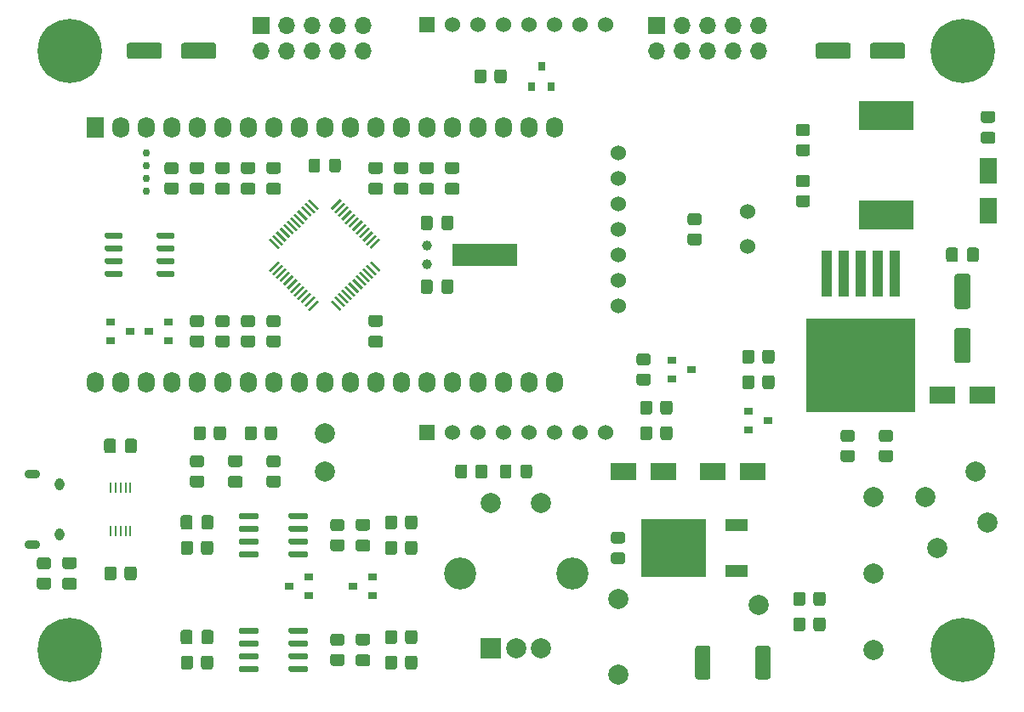
<source format=gbr>
G04 #@! TF.GenerationSoftware,KiCad,Pcbnew,(5.1.9)-1*
G04 #@! TF.CreationDate,2021-03-06T13:27:10+01:00*
G04 #@! TF.ProjectId,IoT12,496f5431-322e-46b6-9963-61645f706362,rev?*
G04 #@! TF.SameCoordinates,Original*
G04 #@! TF.FileFunction,Soldermask,Top*
G04 #@! TF.FilePolarity,Negative*
%FSLAX46Y46*%
G04 Gerber Fmt 4.6, Leading zero omitted, Abs format (unit mm)*
G04 Created by KiCad (PCBNEW (5.1.9)-1) date 2021-03-06 13:27:10*
%MOMM*%
%LPD*%
G01*
G04 APERTURE LIST*
%ADD10O,1.700000X1.700000*%
%ADD11R,1.700000X1.700000*%
%ADD12C,0.750000*%
%ADD13C,1.524000*%
%ADD14R,1.524000X1.524000*%
%ADD15R,6.500000X2.200000*%
%ADD16C,1.000000*%
%ADD17R,10.800000X9.400000*%
%ADD18R,1.100000X4.600000*%
%ADD19R,0.250000X1.100000*%
%ADD20C,0.100000*%
%ADD21R,2.000000X2.000000*%
%ADD22C,2.000000*%
%ADD23C,3.200000*%
%ADD24R,6.400000X5.800000*%
%ADD25R,2.200000X1.200000*%
%ADD26R,0.900000X0.800000*%
%ADD27R,0.800000X0.900000*%
%ADD28R,5.400000X2.900000*%
%ADD29O,1.550000X0.890000*%
%ADD30O,0.950000X1.250000*%
%ADD31C,0.800000*%
%ADD32C,6.400000*%
%ADD33C,2.010000*%
%ADD34R,2.500000X1.800000*%
%ADD35R,1.800000X2.500000*%
%ADD36O,1.700000X2.100000*%
%ADD37R,1.700000X2.100000*%
G04 APERTURE END LIST*
G36*
G01*
X-46539999Y-14840000D02*
X-47440001Y-14840000D01*
G75*
G02*
X-47690000Y-14590001I0J249999D01*
G01*
X-47690000Y-13889999D01*
G75*
G02*
X-47440001Y-13640000I249999J0D01*
G01*
X-46539999Y-13640000D01*
G75*
G02*
X-46290000Y-13889999I0J-249999D01*
G01*
X-46290000Y-14590001D01*
G75*
G02*
X-46539999Y-14840000I-249999J0D01*
G01*
G37*
G36*
G01*
X-46539999Y-16840000D02*
X-47440001Y-16840000D01*
G75*
G02*
X-47690000Y-16590001I0J249999D01*
G01*
X-47690000Y-15889999D01*
G75*
G02*
X-47440001Y-15640000I249999J0D01*
G01*
X-46539999Y-15640000D01*
G75*
G02*
X-46290000Y-15889999I0J-249999D01*
G01*
X-46290000Y-16590001D01*
G75*
G02*
X-46539999Y-16840000I-249999J0D01*
G01*
G37*
G36*
G01*
X-44925000Y-15690000D02*
X-43975000Y-15690000D01*
G75*
G02*
X-43725000Y-15940000I0J-250000D01*
G01*
X-43725000Y-16615000D01*
G75*
G02*
X-43975000Y-16865000I-250000J0D01*
G01*
X-44925000Y-16865000D01*
G75*
G02*
X-45175000Y-16615000I0J250000D01*
G01*
X-45175000Y-15940000D01*
G75*
G02*
X-44925000Y-15690000I250000J0D01*
G01*
G37*
G36*
G01*
X-44925000Y-13615000D02*
X-43975000Y-13615000D01*
G75*
G02*
X-43725000Y-13865000I0J-250000D01*
G01*
X-43725000Y-14540000D01*
G75*
G02*
X-43975000Y-14790000I-250000J0D01*
G01*
X-44925000Y-14790000D01*
G75*
G02*
X-45175000Y-14540000I0J250000D01*
G01*
X-45175000Y-13865000D01*
G75*
G02*
X-44925000Y-13615000I250000J0D01*
G01*
G37*
D10*
X24130000Y36830000D03*
X24130000Y39370000D03*
X21590000Y36830000D03*
X21590000Y39370000D03*
X19050000Y36830000D03*
X19050000Y39370000D03*
X16510000Y36830000D03*
X16510000Y39370000D03*
X13970000Y36830000D03*
D11*
X13970000Y39370000D03*
D12*
X-36830000Y22860000D03*
X-36830000Y24130000D03*
X-36830000Y25400000D03*
X-36830000Y26670000D03*
G36*
G01*
X-35765000Y18265000D02*
X-35765000Y18565000D01*
G75*
G02*
X-35615000Y18715000I150000J0D01*
G01*
X-34165000Y18715000D01*
G75*
G02*
X-34015000Y18565000I0J-150000D01*
G01*
X-34015000Y18265000D01*
G75*
G02*
X-34165000Y18115000I-150000J0D01*
G01*
X-35615000Y18115000D01*
G75*
G02*
X-35765000Y18265000I0J150000D01*
G01*
G37*
G36*
G01*
X-35765000Y16995000D02*
X-35765000Y17295000D01*
G75*
G02*
X-35615000Y17445000I150000J0D01*
G01*
X-34165000Y17445000D01*
G75*
G02*
X-34015000Y17295000I0J-150000D01*
G01*
X-34015000Y16995000D01*
G75*
G02*
X-34165000Y16845000I-150000J0D01*
G01*
X-35615000Y16845000D01*
G75*
G02*
X-35765000Y16995000I0J150000D01*
G01*
G37*
G36*
G01*
X-35765000Y15725000D02*
X-35765000Y16025000D01*
G75*
G02*
X-35615000Y16175000I150000J0D01*
G01*
X-34165000Y16175000D01*
G75*
G02*
X-34015000Y16025000I0J-150000D01*
G01*
X-34015000Y15725000D01*
G75*
G02*
X-34165000Y15575000I-150000J0D01*
G01*
X-35615000Y15575000D01*
G75*
G02*
X-35765000Y15725000I0J150000D01*
G01*
G37*
G36*
G01*
X-35765000Y14455000D02*
X-35765000Y14755000D01*
G75*
G02*
X-35615000Y14905000I150000J0D01*
G01*
X-34165000Y14905000D01*
G75*
G02*
X-34015000Y14755000I0J-150000D01*
G01*
X-34015000Y14455000D01*
G75*
G02*
X-34165000Y14305000I-150000J0D01*
G01*
X-35615000Y14305000D01*
G75*
G02*
X-35765000Y14455000I0J150000D01*
G01*
G37*
G36*
G01*
X-40915000Y14455000D02*
X-40915000Y14755000D01*
G75*
G02*
X-40765000Y14905000I150000J0D01*
G01*
X-39315000Y14905000D01*
G75*
G02*
X-39165000Y14755000I0J-150000D01*
G01*
X-39165000Y14455000D01*
G75*
G02*
X-39315000Y14305000I-150000J0D01*
G01*
X-40765000Y14305000D01*
G75*
G02*
X-40915000Y14455000I0J150000D01*
G01*
G37*
G36*
G01*
X-40915000Y15725000D02*
X-40915000Y16025000D01*
G75*
G02*
X-40765000Y16175000I150000J0D01*
G01*
X-39315000Y16175000D01*
G75*
G02*
X-39165000Y16025000I0J-150000D01*
G01*
X-39165000Y15725000D01*
G75*
G02*
X-39315000Y15575000I-150000J0D01*
G01*
X-40765000Y15575000D01*
G75*
G02*
X-40915000Y15725000I0J150000D01*
G01*
G37*
G36*
G01*
X-40915000Y16995000D02*
X-40915000Y17295000D01*
G75*
G02*
X-40765000Y17445000I150000J0D01*
G01*
X-39315000Y17445000D01*
G75*
G02*
X-39165000Y17295000I0J-150000D01*
G01*
X-39165000Y16995000D01*
G75*
G02*
X-39315000Y16845000I-150000J0D01*
G01*
X-40765000Y16845000D01*
G75*
G02*
X-40915000Y16995000I0J150000D01*
G01*
G37*
G36*
G01*
X-40915000Y18265000D02*
X-40915000Y18565000D01*
G75*
G02*
X-40765000Y18715000I150000J0D01*
G01*
X-39315000Y18715000D01*
G75*
G02*
X-39165000Y18565000I0J-150000D01*
G01*
X-39165000Y18265000D01*
G75*
G02*
X-39315000Y18115000I-150000J0D01*
G01*
X-40765000Y18115000D01*
G75*
G02*
X-40915000Y18265000I0J150000D01*
G01*
G37*
D13*
X23030000Y17300000D03*
X23030000Y20800000D03*
X10160000Y11430000D03*
X10160000Y13970000D03*
X10160000Y16510000D03*
X10160000Y19050000D03*
X10160000Y21590000D03*
X10160000Y24130000D03*
X10160000Y26670000D03*
X6350000Y-1230000D03*
X8890000Y-1230000D03*
X3810000Y-1230000D03*
D14*
X-8890000Y-1230000D03*
D13*
X1270000Y-1230000D03*
X-1270000Y-1230000D03*
X-6350000Y-1230000D03*
X-3810000Y-1230000D03*
X8890000Y39410000D03*
X6350000Y39410000D03*
X3810000Y39410000D03*
X1270000Y39410000D03*
X-1270000Y39410000D03*
X-3810000Y39410000D03*
X-6350000Y39410000D03*
D14*
X-8890000Y39410000D03*
D15*
X-3140000Y16510000D03*
D16*
X-8890000Y17460000D03*
X-8890000Y15560000D03*
D17*
X34290000Y5515000D03*
D18*
X30890000Y14665000D03*
X32590000Y14665000D03*
X34290000Y14665000D03*
X35990000Y14665000D03*
X37690000Y14665000D03*
G36*
G01*
X-25630000Y-24615000D02*
X-25630000Y-24915000D01*
G75*
G02*
X-25780000Y-25065000I-150000J0D01*
G01*
X-27430000Y-25065000D01*
G75*
G02*
X-27580000Y-24915000I0J150000D01*
G01*
X-27580000Y-24615000D01*
G75*
G02*
X-27430000Y-24465000I150000J0D01*
G01*
X-25780000Y-24465000D01*
G75*
G02*
X-25630000Y-24615000I0J-150000D01*
G01*
G37*
G36*
G01*
X-25630000Y-23345000D02*
X-25630000Y-23645000D01*
G75*
G02*
X-25780000Y-23795000I-150000J0D01*
G01*
X-27430000Y-23795000D01*
G75*
G02*
X-27580000Y-23645000I0J150000D01*
G01*
X-27580000Y-23345000D01*
G75*
G02*
X-27430000Y-23195000I150000J0D01*
G01*
X-25780000Y-23195000D01*
G75*
G02*
X-25630000Y-23345000I0J-150000D01*
G01*
G37*
G36*
G01*
X-25630000Y-22075000D02*
X-25630000Y-22375000D01*
G75*
G02*
X-25780000Y-22525000I-150000J0D01*
G01*
X-27430000Y-22525000D01*
G75*
G02*
X-27580000Y-22375000I0J150000D01*
G01*
X-27580000Y-22075000D01*
G75*
G02*
X-27430000Y-21925000I150000J0D01*
G01*
X-25780000Y-21925000D01*
G75*
G02*
X-25630000Y-22075000I0J-150000D01*
G01*
G37*
G36*
G01*
X-25630000Y-20805000D02*
X-25630000Y-21105000D01*
G75*
G02*
X-25780000Y-21255000I-150000J0D01*
G01*
X-27430000Y-21255000D01*
G75*
G02*
X-27580000Y-21105000I0J150000D01*
G01*
X-27580000Y-20805000D01*
G75*
G02*
X-27430000Y-20655000I150000J0D01*
G01*
X-25780000Y-20655000D01*
G75*
G02*
X-25630000Y-20805000I0J-150000D01*
G01*
G37*
G36*
G01*
X-20680000Y-20805000D02*
X-20680000Y-21105000D01*
G75*
G02*
X-20830000Y-21255000I-150000J0D01*
G01*
X-22480000Y-21255000D01*
G75*
G02*
X-22630000Y-21105000I0J150000D01*
G01*
X-22630000Y-20805000D01*
G75*
G02*
X-22480000Y-20655000I150000J0D01*
G01*
X-20830000Y-20655000D01*
G75*
G02*
X-20680000Y-20805000I0J-150000D01*
G01*
G37*
G36*
G01*
X-20680000Y-22075000D02*
X-20680000Y-22375000D01*
G75*
G02*
X-20830000Y-22525000I-150000J0D01*
G01*
X-22480000Y-22525000D01*
G75*
G02*
X-22630000Y-22375000I0J150000D01*
G01*
X-22630000Y-22075000D01*
G75*
G02*
X-22480000Y-21925000I150000J0D01*
G01*
X-20830000Y-21925000D01*
G75*
G02*
X-20680000Y-22075000I0J-150000D01*
G01*
G37*
G36*
G01*
X-20680000Y-23345000D02*
X-20680000Y-23645000D01*
G75*
G02*
X-20830000Y-23795000I-150000J0D01*
G01*
X-22480000Y-23795000D01*
G75*
G02*
X-22630000Y-23645000I0J150000D01*
G01*
X-22630000Y-23345000D01*
G75*
G02*
X-22480000Y-23195000I150000J0D01*
G01*
X-20830000Y-23195000D01*
G75*
G02*
X-20680000Y-23345000I0J-150000D01*
G01*
G37*
G36*
G01*
X-20680000Y-24615000D02*
X-20680000Y-24915000D01*
G75*
G02*
X-20830000Y-25065000I-150000J0D01*
G01*
X-22480000Y-25065000D01*
G75*
G02*
X-22630000Y-24915000I0J150000D01*
G01*
X-22630000Y-24615000D01*
G75*
G02*
X-22480000Y-24465000I150000J0D01*
G01*
X-20830000Y-24465000D01*
G75*
G02*
X-20680000Y-24615000I0J-150000D01*
G01*
G37*
G36*
G01*
X-25630000Y-13185000D02*
X-25630000Y-13485000D01*
G75*
G02*
X-25780000Y-13635000I-150000J0D01*
G01*
X-27430000Y-13635000D01*
G75*
G02*
X-27580000Y-13485000I0J150000D01*
G01*
X-27580000Y-13185000D01*
G75*
G02*
X-27430000Y-13035000I150000J0D01*
G01*
X-25780000Y-13035000D01*
G75*
G02*
X-25630000Y-13185000I0J-150000D01*
G01*
G37*
G36*
G01*
X-25630000Y-11915000D02*
X-25630000Y-12215000D01*
G75*
G02*
X-25780000Y-12365000I-150000J0D01*
G01*
X-27430000Y-12365000D01*
G75*
G02*
X-27580000Y-12215000I0J150000D01*
G01*
X-27580000Y-11915000D01*
G75*
G02*
X-27430000Y-11765000I150000J0D01*
G01*
X-25780000Y-11765000D01*
G75*
G02*
X-25630000Y-11915000I0J-150000D01*
G01*
G37*
G36*
G01*
X-25630000Y-10645000D02*
X-25630000Y-10945000D01*
G75*
G02*
X-25780000Y-11095000I-150000J0D01*
G01*
X-27430000Y-11095000D01*
G75*
G02*
X-27580000Y-10945000I0J150000D01*
G01*
X-27580000Y-10645000D01*
G75*
G02*
X-27430000Y-10495000I150000J0D01*
G01*
X-25780000Y-10495000D01*
G75*
G02*
X-25630000Y-10645000I0J-150000D01*
G01*
G37*
G36*
G01*
X-25630000Y-9375000D02*
X-25630000Y-9675000D01*
G75*
G02*
X-25780000Y-9825000I-150000J0D01*
G01*
X-27430000Y-9825000D01*
G75*
G02*
X-27580000Y-9675000I0J150000D01*
G01*
X-27580000Y-9375000D01*
G75*
G02*
X-27430000Y-9225000I150000J0D01*
G01*
X-25780000Y-9225000D01*
G75*
G02*
X-25630000Y-9375000I0J-150000D01*
G01*
G37*
G36*
G01*
X-20680000Y-9375000D02*
X-20680000Y-9675000D01*
G75*
G02*
X-20830000Y-9825000I-150000J0D01*
G01*
X-22480000Y-9825000D01*
G75*
G02*
X-22630000Y-9675000I0J150000D01*
G01*
X-22630000Y-9375000D01*
G75*
G02*
X-22480000Y-9225000I150000J0D01*
G01*
X-20830000Y-9225000D01*
G75*
G02*
X-20680000Y-9375000I0J-150000D01*
G01*
G37*
G36*
G01*
X-20680000Y-10645000D02*
X-20680000Y-10945000D01*
G75*
G02*
X-20830000Y-11095000I-150000J0D01*
G01*
X-22480000Y-11095000D01*
G75*
G02*
X-22630000Y-10945000I0J150000D01*
G01*
X-22630000Y-10645000D01*
G75*
G02*
X-22480000Y-10495000I150000J0D01*
G01*
X-20830000Y-10495000D01*
G75*
G02*
X-20680000Y-10645000I0J-150000D01*
G01*
G37*
G36*
G01*
X-20680000Y-11915000D02*
X-20680000Y-12215000D01*
G75*
G02*
X-20830000Y-12365000I-150000J0D01*
G01*
X-22480000Y-12365000D01*
G75*
G02*
X-22630000Y-12215000I0J150000D01*
G01*
X-22630000Y-11915000D01*
G75*
G02*
X-22480000Y-11765000I150000J0D01*
G01*
X-20830000Y-11765000D01*
G75*
G02*
X-20680000Y-11915000I0J-150000D01*
G01*
G37*
G36*
G01*
X-20680000Y-13185000D02*
X-20680000Y-13485000D01*
G75*
G02*
X-20830000Y-13635000I-150000J0D01*
G01*
X-22480000Y-13635000D01*
G75*
G02*
X-22630000Y-13485000I0J150000D01*
G01*
X-22630000Y-13185000D01*
G75*
G02*
X-22480000Y-13035000I150000J0D01*
G01*
X-20830000Y-13035000D01*
G75*
G02*
X-20680000Y-13185000I0J-150000D01*
G01*
G37*
D19*
X-40370000Y-6740000D03*
X-39870000Y-6740000D03*
X-39370000Y-6740000D03*
X-38870000Y-6740000D03*
X-38370000Y-6740000D03*
X-38370000Y-11040000D03*
X-38870000Y-11040000D03*
X-39370000Y-11040000D03*
X-39870000Y-11040000D03*
X-40370000Y-11040000D03*
D20*
G36*
X-14577550Y15749860D02*
G01*
X-14400773Y15926637D01*
X-13481534Y15007398D01*
X-13658311Y14830621D01*
X-14577550Y15749860D01*
G37*
G36*
X-14931103Y15396307D02*
G01*
X-14754326Y15573084D01*
X-13835087Y14653845D01*
X-14011864Y14477068D01*
X-14931103Y15396307D01*
G37*
G36*
X-15284657Y15042753D02*
G01*
X-15107880Y15219530D01*
X-14188641Y14300291D01*
X-14365418Y14123514D01*
X-15284657Y15042753D01*
G37*
G36*
X-15638210Y14689200D02*
G01*
X-15461433Y14865977D01*
X-14542194Y13946738D01*
X-14718971Y13769961D01*
X-15638210Y14689200D01*
G37*
G36*
X-15991763Y14335647D02*
G01*
X-15814986Y14512424D01*
X-14895747Y13593185D01*
X-15072524Y13416408D01*
X-15991763Y14335647D01*
G37*
G36*
X-16345317Y13982093D02*
G01*
X-16168540Y14158870D01*
X-15249301Y13239631D01*
X-15426078Y13062854D01*
X-16345317Y13982093D01*
G37*
G36*
X-16698870Y13628540D02*
G01*
X-16522093Y13805317D01*
X-15602854Y12886078D01*
X-15779631Y12709301D01*
X-16698870Y13628540D01*
G37*
G36*
X-17052424Y13274986D02*
G01*
X-16875647Y13451763D01*
X-15956408Y12532524D01*
X-16133185Y12355747D01*
X-17052424Y13274986D01*
G37*
G36*
X-17405977Y12921433D02*
G01*
X-17229200Y13098210D01*
X-16309961Y12178971D01*
X-16486738Y12002194D01*
X-17405977Y12921433D01*
G37*
G36*
X-17759530Y12567880D02*
G01*
X-17582753Y12744657D01*
X-16663514Y11825418D01*
X-16840291Y11648641D01*
X-17759530Y12567880D01*
G37*
G36*
X-18113084Y12214326D02*
G01*
X-17936307Y12391103D01*
X-17017068Y11471864D01*
X-17193845Y11295087D01*
X-18113084Y12214326D01*
G37*
G36*
X-18466637Y11860773D02*
G01*
X-18289860Y12037550D01*
X-17370621Y11118311D01*
X-17547398Y10941534D01*
X-18466637Y11860773D01*
G37*
G36*
X-19810140Y12037550D02*
G01*
X-19633363Y11860773D01*
X-20552602Y10941534D01*
X-20729379Y11118311D01*
X-19810140Y12037550D01*
G37*
G36*
X-20163693Y12391103D02*
G01*
X-19986916Y12214326D01*
X-20906155Y11295087D01*
X-21082932Y11471864D01*
X-20163693Y12391103D01*
G37*
G36*
X-20517247Y12744657D02*
G01*
X-20340470Y12567880D01*
X-21259709Y11648641D01*
X-21436486Y11825418D01*
X-20517247Y12744657D01*
G37*
G36*
X-20870800Y13098210D02*
G01*
X-20694023Y12921433D01*
X-21613262Y12002194D01*
X-21790039Y12178971D01*
X-20870800Y13098210D01*
G37*
G36*
X-21224353Y13451763D02*
G01*
X-21047576Y13274986D01*
X-21966815Y12355747D01*
X-22143592Y12532524D01*
X-21224353Y13451763D01*
G37*
G36*
X-21577907Y13805317D02*
G01*
X-21401130Y13628540D01*
X-22320369Y12709301D01*
X-22497146Y12886078D01*
X-21577907Y13805317D01*
G37*
G36*
X-21931460Y14158870D02*
G01*
X-21754683Y13982093D01*
X-22673922Y13062854D01*
X-22850699Y13239631D01*
X-21931460Y14158870D01*
G37*
G36*
X-22285014Y14512424D02*
G01*
X-22108237Y14335647D01*
X-23027476Y13416408D01*
X-23204253Y13593185D01*
X-22285014Y14512424D01*
G37*
G36*
X-22638567Y14865977D02*
G01*
X-22461790Y14689200D01*
X-23381029Y13769961D01*
X-23557806Y13946738D01*
X-22638567Y14865977D01*
G37*
G36*
X-22992120Y15219530D02*
G01*
X-22815343Y15042753D01*
X-23734582Y14123514D01*
X-23911359Y14300291D01*
X-22992120Y15219530D01*
G37*
G36*
X-23345674Y15573084D02*
G01*
X-23168897Y15396307D01*
X-24088136Y14477068D01*
X-24264913Y14653845D01*
X-23345674Y15573084D01*
G37*
G36*
X-23699227Y15926637D02*
G01*
X-23522450Y15749860D01*
X-24441689Y14830621D01*
X-24618466Y15007398D01*
X-23699227Y15926637D01*
G37*
G36*
X-24618466Y18012602D02*
G01*
X-24441689Y18189379D01*
X-23522450Y17270140D01*
X-23699227Y17093363D01*
X-24618466Y18012602D01*
G37*
G36*
X-24264913Y18366155D02*
G01*
X-24088136Y18542932D01*
X-23168897Y17623693D01*
X-23345674Y17446916D01*
X-24264913Y18366155D01*
G37*
G36*
X-23911359Y18719709D02*
G01*
X-23734582Y18896486D01*
X-22815343Y17977247D01*
X-22992120Y17800470D01*
X-23911359Y18719709D01*
G37*
G36*
X-23557806Y19073262D02*
G01*
X-23381029Y19250039D01*
X-22461790Y18330800D01*
X-22638567Y18154023D01*
X-23557806Y19073262D01*
G37*
G36*
X-23204253Y19426815D02*
G01*
X-23027476Y19603592D01*
X-22108237Y18684353D01*
X-22285014Y18507576D01*
X-23204253Y19426815D01*
G37*
G36*
X-22850699Y19780369D02*
G01*
X-22673922Y19957146D01*
X-21754683Y19037907D01*
X-21931460Y18861130D01*
X-22850699Y19780369D01*
G37*
G36*
X-22497146Y20133922D02*
G01*
X-22320369Y20310699D01*
X-21401130Y19391460D01*
X-21577907Y19214683D01*
X-22497146Y20133922D01*
G37*
G36*
X-22143592Y20487476D02*
G01*
X-21966815Y20664253D01*
X-21047576Y19745014D01*
X-21224353Y19568237D01*
X-22143592Y20487476D01*
G37*
G36*
X-21790039Y20841029D02*
G01*
X-21613262Y21017806D01*
X-20694023Y20098567D01*
X-20870800Y19921790D01*
X-21790039Y20841029D01*
G37*
G36*
X-21436486Y21194582D02*
G01*
X-21259709Y21371359D01*
X-20340470Y20452120D01*
X-20517247Y20275343D01*
X-21436486Y21194582D01*
G37*
G36*
X-21082932Y21548136D02*
G01*
X-20906155Y21724913D01*
X-19986916Y20805674D01*
X-20163693Y20628897D01*
X-21082932Y21548136D01*
G37*
G36*
X-20729379Y21901689D02*
G01*
X-20552602Y22078466D01*
X-19633363Y21159227D01*
X-19810140Y20982450D01*
X-20729379Y21901689D01*
G37*
G36*
X-17547398Y22078466D02*
G01*
X-17370621Y21901689D01*
X-18289860Y20982450D01*
X-18466637Y21159227D01*
X-17547398Y22078466D01*
G37*
G36*
X-17193845Y21724913D02*
G01*
X-17017068Y21548136D01*
X-17936307Y20628897D01*
X-18113084Y20805674D01*
X-17193845Y21724913D01*
G37*
G36*
X-16840291Y21371359D02*
G01*
X-16663514Y21194582D01*
X-17582753Y20275343D01*
X-17759530Y20452120D01*
X-16840291Y21371359D01*
G37*
G36*
X-16486738Y21017806D02*
G01*
X-16309961Y20841029D01*
X-17229200Y19921790D01*
X-17405977Y20098567D01*
X-16486738Y21017806D01*
G37*
G36*
X-16133185Y20664253D02*
G01*
X-15956408Y20487476D01*
X-16875647Y19568237D01*
X-17052424Y19745014D01*
X-16133185Y20664253D01*
G37*
G36*
X-15779631Y20310699D02*
G01*
X-15602854Y20133922D01*
X-16522093Y19214683D01*
X-16698870Y19391460D01*
X-15779631Y20310699D01*
G37*
G36*
X-15426078Y19957146D02*
G01*
X-15249301Y19780369D01*
X-16168540Y18861130D01*
X-16345317Y19037907D01*
X-15426078Y19957146D01*
G37*
G36*
X-15072524Y19603592D02*
G01*
X-14895747Y19426815D01*
X-15814986Y18507576D01*
X-15991763Y18684353D01*
X-15072524Y19603592D01*
G37*
G36*
X-14718971Y19250039D02*
G01*
X-14542194Y19073262D01*
X-15461433Y18154023D01*
X-15638210Y18330800D01*
X-14718971Y19250039D01*
G37*
G36*
X-14365418Y18896486D02*
G01*
X-14188641Y18719709D01*
X-15107880Y17800470D01*
X-15284657Y17977247D01*
X-14365418Y18896486D01*
G37*
G36*
X-14011864Y18542932D02*
G01*
X-13835087Y18366155D01*
X-14754326Y17446916D01*
X-14931103Y17623693D01*
X-14011864Y18542932D01*
G37*
G36*
X-13658311Y18189379D02*
G01*
X-13481534Y18012602D01*
X-14400773Y17093363D01*
X-14577550Y17270140D01*
X-13658311Y18189379D01*
G37*
D21*
X-2500000Y-22740000D03*
D22*
X0Y-22740000D03*
X2500000Y-22740000D03*
D23*
X-5600000Y-15240000D03*
X5600000Y-15240000D03*
D22*
X-2500000Y-8240000D03*
X2500000Y-8240000D03*
G36*
G01*
X29610000Y-18230001D02*
X29610000Y-17329999D01*
G75*
G02*
X29859999Y-17080000I249999J0D01*
G01*
X30560001Y-17080000D01*
G75*
G02*
X30810000Y-17329999I0J-249999D01*
G01*
X30810000Y-18230001D01*
G75*
G02*
X30560001Y-18480000I-249999J0D01*
G01*
X29859999Y-18480000D01*
G75*
G02*
X29610000Y-18230001I0J249999D01*
G01*
G37*
G36*
G01*
X27610000Y-18230001D02*
X27610000Y-17329999D01*
G75*
G02*
X27859999Y-17080000I249999J0D01*
G01*
X28560001Y-17080000D01*
G75*
G02*
X28810000Y-17329999I0J-249999D01*
G01*
X28810000Y-18230001D01*
G75*
G02*
X28560001Y-18480000I-249999J0D01*
G01*
X27859999Y-18480000D01*
G75*
G02*
X27610000Y-18230001I0J249999D01*
G01*
G37*
G36*
G01*
X28810000Y-19869999D02*
X28810000Y-20770001D01*
G75*
G02*
X28560001Y-21020000I-249999J0D01*
G01*
X27859999Y-21020000D01*
G75*
G02*
X27610000Y-20770001I0J249999D01*
G01*
X27610000Y-19869999D01*
G75*
G02*
X27859999Y-19620000I249999J0D01*
G01*
X28560001Y-19620000D01*
G75*
G02*
X28810000Y-19869999I0J-249999D01*
G01*
G37*
G36*
G01*
X30810000Y-19869999D02*
X30810000Y-20770001D01*
G75*
G02*
X30560001Y-21020000I-249999J0D01*
G01*
X29859999Y-21020000D01*
G75*
G02*
X29610000Y-20770001I0J249999D01*
G01*
X29610000Y-19869999D01*
G75*
G02*
X29859999Y-19620000I249999J0D01*
G01*
X30560001Y-19620000D01*
G75*
G02*
X30810000Y-19869999I0J-249999D01*
G01*
G37*
G36*
G01*
X-23679999Y-4680000D02*
X-24580001Y-4680000D01*
G75*
G02*
X-24830000Y-4430001I0J249999D01*
G01*
X-24830000Y-3729999D01*
G75*
G02*
X-24580001Y-3480000I249999J0D01*
G01*
X-23679999Y-3480000D01*
G75*
G02*
X-23430000Y-3729999I0J-249999D01*
G01*
X-23430000Y-4430001D01*
G75*
G02*
X-23679999Y-4680000I-249999J0D01*
G01*
G37*
G36*
G01*
X-23679999Y-6680000D02*
X-24580001Y-6680000D01*
G75*
G02*
X-24830000Y-6430001I0J249999D01*
G01*
X-24830000Y-5729999D01*
G75*
G02*
X-24580001Y-5480000I249999J0D01*
G01*
X-23679999Y-5480000D01*
G75*
G02*
X-23430000Y-5729999I0J-249999D01*
G01*
X-23430000Y-6430001D01*
G75*
G02*
X-23679999Y-6680000I-249999J0D01*
G01*
G37*
G36*
G01*
X-31299999Y-4680000D02*
X-32200001Y-4680000D01*
G75*
G02*
X-32450000Y-4430001I0J249999D01*
G01*
X-32450000Y-3729999D01*
G75*
G02*
X-32200001Y-3480000I249999J0D01*
G01*
X-31299999Y-3480000D01*
G75*
G02*
X-31050000Y-3729999I0J-249999D01*
G01*
X-31050000Y-4430001D01*
G75*
G02*
X-31299999Y-4680000I-249999J0D01*
G01*
G37*
G36*
G01*
X-31299999Y-6680000D02*
X-32200001Y-6680000D01*
G75*
G02*
X-32450000Y-6430001I0J249999D01*
G01*
X-32450000Y-5729999D01*
G75*
G02*
X-32200001Y-5480000I249999J0D01*
G01*
X-31299999Y-5480000D01*
G75*
G02*
X-31050000Y-5729999I0J-249999D01*
G01*
X-31050000Y-6430001D01*
G75*
G02*
X-31299999Y-6680000I-249999J0D01*
G01*
G37*
G36*
G01*
X18230001Y19450000D02*
X17329999Y19450000D01*
G75*
G02*
X17080000Y19699999I0J249999D01*
G01*
X17080000Y20400001D01*
G75*
G02*
X17329999Y20650000I249999J0D01*
G01*
X18230001Y20650000D01*
G75*
G02*
X18480000Y20400001I0J-249999D01*
G01*
X18480000Y19699999D01*
G75*
G02*
X18230001Y19450000I-249999J0D01*
G01*
G37*
G36*
G01*
X18230001Y17450000D02*
X17329999Y17450000D01*
G75*
G02*
X17080000Y17699999I0J249999D01*
G01*
X17080000Y18400001D01*
G75*
G02*
X17329999Y18650000I249999J0D01*
G01*
X18230001Y18650000D01*
G75*
G02*
X18480000Y18400001I0J-249999D01*
G01*
X18480000Y17699999D01*
G75*
G02*
X18230001Y17450000I-249999J0D01*
G01*
G37*
G36*
G01*
X14370000Y819999D02*
X14370000Y1720001D01*
G75*
G02*
X14619999Y1970000I249999J0D01*
G01*
X15320001Y1970000D01*
G75*
G02*
X15570000Y1720001I0J-249999D01*
G01*
X15570000Y819999D01*
G75*
G02*
X15320001Y570000I-249999J0D01*
G01*
X14619999Y570000D01*
G75*
G02*
X14370000Y819999I0J249999D01*
G01*
G37*
G36*
G01*
X12370000Y819999D02*
X12370000Y1720001D01*
G75*
G02*
X12619999Y1970000I249999J0D01*
G01*
X13320001Y1970000D01*
G75*
G02*
X13570000Y1720001I0J-249999D01*
G01*
X13570000Y819999D01*
G75*
G02*
X13320001Y570000I-249999J0D01*
G01*
X12619999Y570000D01*
G75*
G02*
X12370000Y819999I0J249999D01*
G01*
G37*
G36*
G01*
X36379999Y-2940000D02*
X37280001Y-2940000D01*
G75*
G02*
X37530000Y-3189999I0J-249999D01*
G01*
X37530000Y-3890001D01*
G75*
G02*
X37280001Y-4140000I-249999J0D01*
G01*
X36379999Y-4140000D01*
G75*
G02*
X36130000Y-3890001I0J249999D01*
G01*
X36130000Y-3189999D01*
G75*
G02*
X36379999Y-2940000I249999J0D01*
G01*
G37*
G36*
G01*
X36379999Y-940000D02*
X37280001Y-940000D01*
G75*
G02*
X37530000Y-1189999I0J-249999D01*
G01*
X37530000Y-1890001D01*
G75*
G02*
X37280001Y-2140000I-249999J0D01*
G01*
X36379999Y-2140000D01*
G75*
G02*
X36130000Y-1890001I0J249999D01*
G01*
X36130000Y-1189999D01*
G75*
G02*
X36379999Y-940000I249999J0D01*
G01*
G37*
G36*
G01*
X-30080000Y-1720001D02*
X-30080000Y-819999D01*
G75*
G02*
X-29830001Y-570000I249999J0D01*
G01*
X-29129999Y-570000D01*
G75*
G02*
X-28880000Y-819999I0J-249999D01*
G01*
X-28880000Y-1720001D01*
G75*
G02*
X-29129999Y-1970000I-249999J0D01*
G01*
X-29830001Y-1970000D01*
G75*
G02*
X-30080000Y-1720001I0J249999D01*
G01*
G37*
G36*
G01*
X-32080000Y-1720001D02*
X-32080000Y-819999D01*
G75*
G02*
X-31830001Y-570000I249999J0D01*
G01*
X-31129999Y-570000D01*
G75*
G02*
X-30880000Y-819999I0J-249999D01*
G01*
X-30880000Y-1720001D01*
G75*
G02*
X-31129999Y-1970000I-249999J0D01*
G01*
X-31830001Y-1970000D01*
G75*
G02*
X-32080000Y-1720001I0J249999D01*
G01*
G37*
G36*
G01*
X-11030000Y-24580001D02*
X-11030000Y-23679999D01*
G75*
G02*
X-10780001Y-23430000I249999J0D01*
G01*
X-10079999Y-23430000D01*
G75*
G02*
X-9830000Y-23679999I0J-249999D01*
G01*
X-9830000Y-24580001D01*
G75*
G02*
X-10079999Y-24830000I-249999J0D01*
G01*
X-10780001Y-24830000D01*
G75*
G02*
X-11030000Y-24580001I0J249999D01*
G01*
G37*
G36*
G01*
X-13030000Y-24580001D02*
X-13030000Y-23679999D01*
G75*
G02*
X-12780001Y-23430000I249999J0D01*
G01*
X-12079999Y-23430000D01*
G75*
G02*
X-11830000Y-23679999I0J-249999D01*
G01*
X-11830000Y-24580001D01*
G75*
G02*
X-12079999Y-24830000I-249999J0D01*
G01*
X-12780001Y-24830000D01*
G75*
G02*
X-13030000Y-24580001I0J249999D01*
G01*
G37*
G36*
G01*
X-11030000Y-22040001D02*
X-11030000Y-21139999D01*
G75*
G02*
X-10780001Y-20890000I249999J0D01*
G01*
X-10079999Y-20890000D01*
G75*
G02*
X-9830000Y-21139999I0J-249999D01*
G01*
X-9830000Y-22040001D01*
G75*
G02*
X-10079999Y-22290000I-249999J0D01*
G01*
X-10780001Y-22290000D01*
G75*
G02*
X-11030000Y-22040001I0J249999D01*
G01*
G37*
G36*
G01*
X-13030000Y-22040001D02*
X-13030000Y-21139999D01*
G75*
G02*
X-12780001Y-20890000I249999J0D01*
G01*
X-12079999Y-20890000D01*
G75*
G02*
X-11830000Y-21139999I0J-249999D01*
G01*
X-11830000Y-22040001D01*
G75*
G02*
X-12079999Y-22290000I-249999J0D01*
G01*
X-12780001Y-22290000D01*
G75*
G02*
X-13030000Y-22040001I0J249999D01*
G01*
G37*
G36*
G01*
X-11030000Y-13150001D02*
X-11030000Y-12249999D01*
G75*
G02*
X-10780001Y-12000000I249999J0D01*
G01*
X-10079999Y-12000000D01*
G75*
G02*
X-9830000Y-12249999I0J-249999D01*
G01*
X-9830000Y-13150001D01*
G75*
G02*
X-10079999Y-13400000I-249999J0D01*
G01*
X-10780001Y-13400000D01*
G75*
G02*
X-11030000Y-13150001I0J249999D01*
G01*
G37*
G36*
G01*
X-13030000Y-13150001D02*
X-13030000Y-12249999D01*
G75*
G02*
X-12780001Y-12000000I249999J0D01*
G01*
X-12079999Y-12000000D01*
G75*
G02*
X-11830000Y-12249999I0J-249999D01*
G01*
X-11830000Y-13150001D01*
G75*
G02*
X-12079999Y-13400000I-249999J0D01*
G01*
X-12780001Y-13400000D01*
G75*
G02*
X-13030000Y-13150001I0J249999D01*
G01*
G37*
G36*
G01*
X-11030000Y-10610001D02*
X-11030000Y-9709999D01*
G75*
G02*
X-10780001Y-9460000I249999J0D01*
G01*
X-10079999Y-9460000D01*
G75*
G02*
X-9830000Y-9709999I0J-249999D01*
G01*
X-9830000Y-10610001D01*
G75*
G02*
X-10079999Y-10860000I-249999J0D01*
G01*
X-10780001Y-10860000D01*
G75*
G02*
X-11030000Y-10610001I0J249999D01*
G01*
G37*
G36*
G01*
X-13030000Y-10610001D02*
X-13030000Y-9709999D01*
G75*
G02*
X-12780001Y-9460000I249999J0D01*
G01*
X-12079999Y-9460000D01*
G75*
G02*
X-11830000Y-9709999I0J-249999D01*
G01*
X-11830000Y-10610001D01*
G75*
G02*
X-12079999Y-10860000I-249999J0D01*
G01*
X-12780001Y-10860000D01*
G75*
G02*
X-13030000Y-10610001I0J249999D01*
G01*
G37*
G36*
G01*
X14370000Y-1720001D02*
X14370000Y-819999D01*
G75*
G02*
X14619999Y-570000I249999J0D01*
G01*
X15320001Y-570000D01*
G75*
G02*
X15570000Y-819999I0J-249999D01*
G01*
X15570000Y-1720001D01*
G75*
G02*
X15320001Y-1970000I-249999J0D01*
G01*
X14619999Y-1970000D01*
G75*
G02*
X14370000Y-1720001I0J249999D01*
G01*
G37*
G36*
G01*
X12370000Y-1720001D02*
X12370000Y-819999D01*
G75*
G02*
X12619999Y-570000I249999J0D01*
G01*
X13320001Y-570000D01*
G75*
G02*
X13570000Y-819999I0J-249999D01*
G01*
X13570000Y-1720001D01*
G75*
G02*
X13320001Y-1970000I-249999J0D01*
G01*
X12619999Y-1970000D01*
G75*
G02*
X12370000Y-1720001I0J249999D01*
G01*
G37*
G36*
G01*
X23730000Y4260001D02*
X23730000Y3359999D01*
G75*
G02*
X23480001Y3110000I-249999J0D01*
G01*
X22779999Y3110000D01*
G75*
G02*
X22530000Y3359999I0J249999D01*
G01*
X22530000Y4260001D01*
G75*
G02*
X22779999Y4510000I249999J0D01*
G01*
X23480001Y4510000D01*
G75*
G02*
X23730000Y4260001I0J-249999D01*
G01*
G37*
G36*
G01*
X25730000Y4260001D02*
X25730000Y3359999D01*
G75*
G02*
X25480001Y3110000I-249999J0D01*
G01*
X24779999Y3110000D01*
G75*
G02*
X24530000Y3359999I0J249999D01*
G01*
X24530000Y4260001D01*
G75*
G02*
X24779999Y4510000I249999J0D01*
G01*
X25480001Y4510000D01*
G75*
G02*
X25730000Y4260001I0J-249999D01*
G01*
G37*
G36*
G01*
X-4845000Y-4629999D02*
X-4845000Y-5530001D01*
G75*
G02*
X-5094999Y-5780000I-249999J0D01*
G01*
X-5795001Y-5780000D01*
G75*
G02*
X-6045000Y-5530001I0J249999D01*
G01*
X-6045000Y-4629999D01*
G75*
G02*
X-5795001Y-4380000I249999J0D01*
G01*
X-5094999Y-4380000D01*
G75*
G02*
X-4845000Y-4629999I0J-249999D01*
G01*
G37*
G36*
G01*
X-2845000Y-4629999D02*
X-2845000Y-5530001D01*
G75*
G02*
X-3094999Y-5780000I-249999J0D01*
G01*
X-3795001Y-5780000D01*
G75*
G02*
X-4045000Y-5530001I0J249999D01*
G01*
X-4045000Y-4629999D01*
G75*
G02*
X-3795001Y-4380000I249999J0D01*
G01*
X-3094999Y-4380000D01*
G75*
G02*
X-2845000Y-4629999I0J-249999D01*
G01*
G37*
G36*
G01*
X-29660001Y8490000D02*
X-28759999Y8490000D01*
G75*
G02*
X-28510000Y8240001I0J-249999D01*
G01*
X-28510000Y7539999D01*
G75*
G02*
X-28759999Y7290000I-249999J0D01*
G01*
X-29660001Y7290000D01*
G75*
G02*
X-29910000Y7539999I0J249999D01*
G01*
X-29910000Y8240001D01*
G75*
G02*
X-29660001Y8490000I249999J0D01*
G01*
G37*
G36*
G01*
X-29660001Y10490000D02*
X-28759999Y10490000D01*
G75*
G02*
X-28510000Y10240001I0J-249999D01*
G01*
X-28510000Y9539999D01*
G75*
G02*
X-28759999Y9290000I-249999J0D01*
G01*
X-29660001Y9290000D01*
G75*
G02*
X-29910000Y9539999I0J249999D01*
G01*
X-29910000Y10240001D01*
G75*
G02*
X-29660001Y10490000I249999J0D01*
G01*
G37*
G36*
G01*
X-32200001Y8490000D02*
X-31299999Y8490000D01*
G75*
G02*
X-31050000Y8240001I0J-249999D01*
G01*
X-31050000Y7539999D01*
G75*
G02*
X-31299999Y7290000I-249999J0D01*
G01*
X-32200001Y7290000D01*
G75*
G02*
X-32450000Y7539999I0J249999D01*
G01*
X-32450000Y8240001D01*
G75*
G02*
X-32200001Y8490000I249999J0D01*
G01*
G37*
G36*
G01*
X-32200001Y10490000D02*
X-31299999Y10490000D01*
G75*
G02*
X-31050000Y10240001I0J-249999D01*
G01*
X-31050000Y9539999D01*
G75*
G02*
X-31299999Y9290000I-249999J0D01*
G01*
X-32200001Y9290000D01*
G75*
G02*
X-32450000Y9539999I0J249999D01*
G01*
X-32450000Y10240001D01*
G75*
G02*
X-32200001Y10490000I249999J0D01*
G01*
G37*
G36*
G01*
X-27120001Y8490000D02*
X-26219999Y8490000D01*
G75*
G02*
X-25970000Y8240001I0J-249999D01*
G01*
X-25970000Y7539999D01*
G75*
G02*
X-26219999Y7290000I-249999J0D01*
G01*
X-27120001Y7290000D01*
G75*
G02*
X-27370000Y7539999I0J249999D01*
G01*
X-27370000Y8240001D01*
G75*
G02*
X-27120001Y8490000I249999J0D01*
G01*
G37*
G36*
G01*
X-27120001Y10490000D02*
X-26219999Y10490000D01*
G75*
G02*
X-25970000Y10240001I0J-249999D01*
G01*
X-25970000Y9539999D01*
G75*
G02*
X-26219999Y9290000I-249999J0D01*
G01*
X-27120001Y9290000D01*
G75*
G02*
X-27370000Y9539999I0J249999D01*
G01*
X-27370000Y10240001D01*
G75*
G02*
X-27120001Y10490000I249999J0D01*
G01*
G37*
G36*
G01*
X-24580001Y8490000D02*
X-23679999Y8490000D01*
G75*
G02*
X-23430000Y8240001I0J-249999D01*
G01*
X-23430000Y7539999D01*
G75*
G02*
X-23679999Y7290000I-249999J0D01*
G01*
X-24580001Y7290000D01*
G75*
G02*
X-24830000Y7539999I0J249999D01*
G01*
X-24830000Y8240001D01*
G75*
G02*
X-24580001Y8490000I249999J0D01*
G01*
G37*
G36*
G01*
X-24580001Y10490000D02*
X-23679999Y10490000D01*
G75*
G02*
X-23430000Y10240001I0J-249999D01*
G01*
X-23430000Y9539999D01*
G75*
G02*
X-23679999Y9290000I-249999J0D01*
G01*
X-24580001Y9290000D01*
G75*
G02*
X-24830000Y9539999I0J249999D01*
G01*
X-24830000Y10240001D01*
G75*
G02*
X-24580001Y10490000I249999J0D01*
G01*
G37*
G36*
G01*
X33470001Y-2140000D02*
X32569999Y-2140000D01*
G75*
G02*
X32320000Y-1890001I0J249999D01*
G01*
X32320000Y-1189999D01*
G75*
G02*
X32569999Y-940000I249999J0D01*
G01*
X33470001Y-940000D01*
G75*
G02*
X33720000Y-1189999I0J-249999D01*
G01*
X33720000Y-1890001D01*
G75*
G02*
X33470001Y-2140000I-249999J0D01*
G01*
G37*
G36*
G01*
X33470001Y-4140000D02*
X32569999Y-4140000D01*
G75*
G02*
X32320000Y-3890001I0J249999D01*
G01*
X32320000Y-3189999D01*
G75*
G02*
X32569999Y-2940000I249999J0D01*
G01*
X33470001Y-2940000D01*
G75*
G02*
X33720000Y-3189999I0J-249999D01*
G01*
X33720000Y-3890001D01*
G75*
G02*
X33470001Y-4140000I-249999J0D01*
G01*
G37*
G36*
G01*
X-25000000Y-1720001D02*
X-25000000Y-819999D01*
G75*
G02*
X-24750001Y-570000I249999J0D01*
G01*
X-24049999Y-570000D01*
G75*
G02*
X-23800000Y-819999I0J-249999D01*
G01*
X-23800000Y-1720001D01*
G75*
G02*
X-24049999Y-1970000I-249999J0D01*
G01*
X-24750001Y-1970000D01*
G75*
G02*
X-25000000Y-1720001I0J249999D01*
G01*
G37*
G36*
G01*
X-27000000Y-1720001D02*
X-27000000Y-819999D01*
G75*
G02*
X-26750001Y-570000I249999J0D01*
G01*
X-26049999Y-570000D01*
G75*
G02*
X-25800000Y-819999I0J-249999D01*
G01*
X-25800000Y-1720001D01*
G75*
G02*
X-26049999Y-1970000I-249999J0D01*
G01*
X-26750001Y-1970000D01*
G75*
G02*
X-27000000Y-1720001I0J249999D01*
G01*
G37*
G36*
G01*
X-39770000Y-14789999D02*
X-39770000Y-15690001D01*
G75*
G02*
X-40019999Y-15940000I-249999J0D01*
G01*
X-40720001Y-15940000D01*
G75*
G02*
X-40970000Y-15690001I0J249999D01*
G01*
X-40970000Y-14789999D01*
G75*
G02*
X-40720001Y-14540000I249999J0D01*
G01*
X-40019999Y-14540000D01*
G75*
G02*
X-39770000Y-14789999I0J-249999D01*
G01*
G37*
G36*
G01*
X-37770000Y-14789999D02*
X-37770000Y-15690001D01*
G75*
G02*
X-38019999Y-15940000I-249999J0D01*
G01*
X-38720001Y-15940000D01*
G75*
G02*
X-38970000Y-15690001I0J249999D01*
G01*
X-38970000Y-14789999D01*
G75*
G02*
X-38720001Y-14540000I249999J0D01*
G01*
X-38019999Y-14540000D01*
G75*
G02*
X-37770000Y-14789999I0J-249999D01*
G01*
G37*
G36*
G01*
X28124999Y27540000D02*
X29025001Y27540000D01*
G75*
G02*
X29275000Y27290001I0J-249999D01*
G01*
X29275000Y26589999D01*
G75*
G02*
X29025001Y26340000I-249999J0D01*
G01*
X28124999Y26340000D01*
G75*
G02*
X27875000Y26589999I0J249999D01*
G01*
X27875000Y27290001D01*
G75*
G02*
X28124999Y27540000I249999J0D01*
G01*
G37*
G36*
G01*
X28124999Y29540000D02*
X29025001Y29540000D01*
G75*
G02*
X29275000Y29290001I0J-249999D01*
G01*
X29275000Y28589999D01*
G75*
G02*
X29025001Y28340000I-249999J0D01*
G01*
X28124999Y28340000D01*
G75*
G02*
X27875000Y28589999I0J249999D01*
G01*
X27875000Y29290001D01*
G75*
G02*
X28124999Y29540000I249999J0D01*
G01*
G37*
G36*
G01*
X12249999Y4680000D02*
X13150001Y4680000D01*
G75*
G02*
X13400000Y4430001I0J-249999D01*
G01*
X13400000Y3729999D01*
G75*
G02*
X13150001Y3480000I-249999J0D01*
G01*
X12249999Y3480000D01*
G75*
G02*
X12000000Y3729999I0J249999D01*
G01*
X12000000Y4430001D01*
G75*
G02*
X12249999Y4680000I249999J0D01*
G01*
G37*
G36*
G01*
X12249999Y6680000D02*
X13150001Y6680000D01*
G75*
G02*
X13400000Y6430001I0J-249999D01*
G01*
X13400000Y5729999D01*
G75*
G02*
X13150001Y5480000I-249999J0D01*
G01*
X12249999Y5480000D01*
G75*
G02*
X12000000Y5729999I0J249999D01*
G01*
X12000000Y6430001D01*
G75*
G02*
X12249999Y6680000I249999J0D01*
G01*
G37*
G36*
G01*
X23730000Y6800001D02*
X23730000Y5899999D01*
G75*
G02*
X23480001Y5650000I-249999J0D01*
G01*
X22779999Y5650000D01*
G75*
G02*
X22530000Y5899999I0J249999D01*
G01*
X22530000Y6800001D01*
G75*
G02*
X22779999Y7050000I249999J0D01*
G01*
X23480001Y7050000D01*
G75*
G02*
X23730000Y6800001I0J-249999D01*
G01*
G37*
G36*
G01*
X25730000Y6800001D02*
X25730000Y5899999D01*
G75*
G02*
X25480001Y5650000I-249999J0D01*
G01*
X24779999Y5650000D01*
G75*
G02*
X24530000Y5899999I0J249999D01*
G01*
X24530000Y6800001D01*
G75*
G02*
X24779999Y7050000I249999J0D01*
G01*
X25480001Y7050000D01*
G75*
G02*
X25730000Y6800001I0J-249999D01*
G01*
G37*
G36*
G01*
X-2940000Y34740001D02*
X-2940000Y33839999D01*
G75*
G02*
X-3189999Y33590000I-249999J0D01*
G01*
X-3890001Y33590000D01*
G75*
G02*
X-4140000Y33839999I0J249999D01*
G01*
X-4140000Y34740001D01*
G75*
G02*
X-3890001Y34990000I249999J0D01*
G01*
X-3189999Y34990000D01*
G75*
G02*
X-2940000Y34740001I0J-249999D01*
G01*
G37*
G36*
G01*
X-940000Y34740001D02*
X-940000Y33839999D01*
G75*
G02*
X-1189999Y33590000I-249999J0D01*
G01*
X-1890001Y33590000D01*
G75*
G02*
X-2140000Y33839999I0J249999D01*
G01*
X-2140000Y34740001D01*
G75*
G02*
X-1890001Y34990000I249999J0D01*
G01*
X-1189999Y34990000D01*
G75*
G02*
X-940000Y34740001I0J-249999D01*
G01*
G37*
G36*
G01*
X29025001Y23260000D02*
X28124999Y23260000D01*
G75*
G02*
X27875000Y23509999I0J249999D01*
G01*
X27875000Y24210001D01*
G75*
G02*
X28124999Y24460000I249999J0D01*
G01*
X29025001Y24460000D01*
G75*
G02*
X29275000Y24210001I0J-249999D01*
G01*
X29275000Y23509999D01*
G75*
G02*
X29025001Y23260000I-249999J0D01*
G01*
G37*
G36*
G01*
X29025001Y21260000D02*
X28124999Y21260000D01*
G75*
G02*
X27875000Y21509999I0J249999D01*
G01*
X27875000Y22210001D01*
G75*
G02*
X28124999Y22460000I249999J0D01*
G01*
X29025001Y22460000D01*
G75*
G02*
X29275000Y22210001I0J-249999D01*
G01*
X29275000Y21509999D01*
G75*
G02*
X29025001Y21260000I-249999J0D01*
G01*
G37*
G36*
G01*
X-18230001Y-23260000D02*
X-17329999Y-23260000D01*
G75*
G02*
X-17080000Y-23509999I0J-249999D01*
G01*
X-17080000Y-24210001D01*
G75*
G02*
X-17329999Y-24460000I-249999J0D01*
G01*
X-18230001Y-24460000D01*
G75*
G02*
X-18480000Y-24210001I0J249999D01*
G01*
X-18480000Y-23509999D01*
G75*
G02*
X-18230001Y-23260000I249999J0D01*
G01*
G37*
G36*
G01*
X-18230001Y-21260000D02*
X-17329999Y-21260000D01*
G75*
G02*
X-17080000Y-21509999I0J-249999D01*
G01*
X-17080000Y-22210001D01*
G75*
G02*
X-17329999Y-22460000I-249999J0D01*
G01*
X-18230001Y-22460000D01*
G75*
G02*
X-18480000Y-22210001I0J249999D01*
G01*
X-18480000Y-21509999D01*
G75*
G02*
X-18230001Y-21260000I249999J0D01*
G01*
G37*
G36*
G01*
X-18230001Y-11830000D02*
X-17329999Y-11830000D01*
G75*
G02*
X-17080000Y-12079999I0J-249999D01*
G01*
X-17080000Y-12780001D01*
G75*
G02*
X-17329999Y-13030000I-249999J0D01*
G01*
X-18230001Y-13030000D01*
G75*
G02*
X-18480000Y-12780001I0J249999D01*
G01*
X-18480000Y-12079999D01*
G75*
G02*
X-18230001Y-11830000I249999J0D01*
G01*
G37*
G36*
G01*
X-18230001Y-9830000D02*
X-17329999Y-9830000D01*
G75*
G02*
X-17080000Y-10079999I0J-249999D01*
G01*
X-17080000Y-10780001D01*
G75*
G02*
X-17329999Y-11030000I-249999J0D01*
G01*
X-18230001Y-11030000D01*
G75*
G02*
X-18480000Y-10780001I0J249999D01*
G01*
X-18480000Y-10079999D01*
G75*
G02*
X-18230001Y-9830000I249999J0D01*
G01*
G37*
G36*
G01*
X-34740001Y23730000D02*
X-33839999Y23730000D01*
G75*
G02*
X-33590000Y23480001I0J-249999D01*
G01*
X-33590000Y22779999D01*
G75*
G02*
X-33839999Y22530000I-249999J0D01*
G01*
X-34740001Y22530000D01*
G75*
G02*
X-34990000Y22779999I0J249999D01*
G01*
X-34990000Y23480001D01*
G75*
G02*
X-34740001Y23730000I249999J0D01*
G01*
G37*
G36*
G01*
X-34740001Y25730000D02*
X-33839999Y25730000D01*
G75*
G02*
X-33590000Y25480001I0J-249999D01*
G01*
X-33590000Y24779999D01*
G75*
G02*
X-33839999Y24530000I-249999J0D01*
G01*
X-34740001Y24530000D01*
G75*
G02*
X-34990000Y24779999I0J249999D01*
G01*
X-34990000Y25480001D01*
G75*
G02*
X-34740001Y25730000I249999J0D01*
G01*
G37*
G36*
G01*
X-32150000Y-23679999D02*
X-32150000Y-24580001D01*
G75*
G02*
X-32399999Y-24830000I-249999J0D01*
G01*
X-33100001Y-24830000D01*
G75*
G02*
X-33350000Y-24580001I0J249999D01*
G01*
X-33350000Y-23679999D01*
G75*
G02*
X-33100001Y-23430000I249999J0D01*
G01*
X-32399999Y-23430000D01*
G75*
G02*
X-32150000Y-23679999I0J-249999D01*
G01*
G37*
G36*
G01*
X-30150000Y-23679999D02*
X-30150000Y-24580001D01*
G75*
G02*
X-30399999Y-24830000I-249999J0D01*
G01*
X-31100001Y-24830000D01*
G75*
G02*
X-31350000Y-24580001I0J249999D01*
G01*
X-31350000Y-23679999D01*
G75*
G02*
X-31100001Y-23430000I249999J0D01*
G01*
X-30399999Y-23430000D01*
G75*
G02*
X-30150000Y-23679999I0J-249999D01*
G01*
G37*
G36*
G01*
X-32150000Y-12249999D02*
X-32150000Y-13150001D01*
G75*
G02*
X-32399999Y-13400000I-249999J0D01*
G01*
X-33100001Y-13400000D01*
G75*
G02*
X-33350000Y-13150001I0J249999D01*
G01*
X-33350000Y-12249999D01*
G75*
G02*
X-33100001Y-12000000I249999J0D01*
G01*
X-32399999Y-12000000D01*
G75*
G02*
X-32150000Y-12249999I0J-249999D01*
G01*
G37*
G36*
G01*
X-30150000Y-12249999D02*
X-30150000Y-13150001D01*
G75*
G02*
X-30399999Y-13400000I-249999J0D01*
G01*
X-31100001Y-13400000D01*
G75*
G02*
X-31350000Y-13150001I0J249999D01*
G01*
X-31350000Y-12249999D01*
G75*
G02*
X-31100001Y-12000000I249999J0D01*
G01*
X-30399999Y-12000000D01*
G75*
G02*
X-30150000Y-12249999I0J-249999D01*
G01*
G37*
G36*
G01*
X23815000Y-25554901D02*
X23815000Y-22705099D01*
G75*
G02*
X24065099Y-22455000I250099J0D01*
G01*
X25089901Y-22455000D01*
G75*
G02*
X25340000Y-22705099I0J-250099D01*
G01*
X25340000Y-25554901D01*
G75*
G02*
X25089901Y-25805000I-250099J0D01*
G01*
X24065099Y-25805000D01*
G75*
G02*
X23815000Y-25554901I0J250099D01*
G01*
G37*
G36*
G01*
X17840000Y-25555001D02*
X17840000Y-22704999D01*
G75*
G02*
X18089999Y-22455000I249999J0D01*
G01*
X19115001Y-22455000D01*
G75*
G02*
X19365000Y-22704999I0J-249999D01*
G01*
X19365000Y-25555001D01*
G75*
G02*
X19115001Y-25805000I-249999J0D01*
G01*
X18089999Y-25805000D01*
G75*
G02*
X17840000Y-25555001I0J249999D01*
G01*
G37*
D24*
X15680000Y-12700000D03*
D25*
X21980000Y-10420000D03*
X21980000Y-14980000D03*
D26*
X17510000Y5080000D03*
X15510000Y4130000D03*
X15510000Y6030000D03*
D27*
X2540000Y35290000D03*
X3490000Y33290000D03*
X1590000Y33290000D03*
G36*
G01*
X-19500000Y25850001D02*
X-19500000Y24949999D01*
G75*
G02*
X-19749999Y24700000I-249999J0D01*
G01*
X-20400001Y24700000D01*
G75*
G02*
X-20650000Y24949999I0J249999D01*
G01*
X-20650000Y25850001D01*
G75*
G02*
X-20400001Y26100000I249999J0D01*
G01*
X-19749999Y26100000D01*
G75*
G02*
X-19500000Y25850001I0J-249999D01*
G01*
G37*
G36*
G01*
X-17450000Y25850001D02*
X-17450000Y24949999D01*
G75*
G02*
X-17699999Y24700000I-249999J0D01*
G01*
X-18350001Y24700000D01*
G75*
G02*
X-18600000Y24949999I0J249999D01*
G01*
X-18600000Y25850001D01*
G75*
G02*
X-18350001Y26100000I249999J0D01*
G01*
X-17699999Y26100000D01*
G75*
G02*
X-17450000Y25850001I0J-249999D01*
G01*
G37*
D28*
X36830000Y30350000D03*
X36830000Y20450000D03*
D10*
X-15240000Y36830000D03*
X-15240000Y39370000D03*
X-17780000Y36830000D03*
X-17780000Y39370000D03*
X-20320000Y36830000D03*
X-20320000Y39370000D03*
X-22860000Y36830000D03*
X-22860000Y39370000D03*
X-25400000Y36830000D03*
D11*
X-25400000Y39370000D03*
D29*
X-48163000Y-5390000D03*
X-48163000Y-12390000D03*
D30*
X-45463000Y-6390000D03*
X-45463000Y-11390000D03*
D22*
X35560000Y-22860000D03*
X35560000Y-15240000D03*
X35560000Y-7620000D03*
X10160000Y-17780000D03*
X24130000Y-18415000D03*
X10160000Y-25330000D03*
X-19050000Y-1270000D03*
X-19050000Y-5080000D03*
D31*
X-42752944Y38527056D03*
X-44450000Y39230000D03*
X-46147056Y38527056D03*
X-46850000Y36830000D03*
X-46147056Y35132944D03*
X-44450000Y34430000D03*
X-42752944Y35132944D03*
X-42050000Y36830000D03*
D32*
X-44450000Y36830000D03*
D31*
X-42752944Y-21162944D03*
X-44450000Y-20460000D03*
X-46147056Y-21162944D03*
X-46850000Y-22860000D03*
X-46147056Y-24557056D03*
X-44450000Y-25260000D03*
X-42752944Y-24557056D03*
X-42050000Y-22860000D03*
D32*
X-44450000Y-22860000D03*
D31*
X46147056Y38527056D03*
X44450000Y39230000D03*
X42752944Y38527056D03*
X42050000Y36830000D03*
X42752944Y35132944D03*
X44450000Y34430000D03*
X46147056Y35132944D03*
X46850000Y36830000D03*
D32*
X44450000Y36830000D03*
D31*
X46147056Y-21162944D03*
X44450000Y-20460000D03*
X42752944Y-21162944D03*
X42050000Y-22860000D03*
X42752944Y-24557056D03*
X44450000Y-25260000D03*
X46147056Y-24557056D03*
X46850000Y-22860000D03*
D32*
X44450000Y-22860000D03*
D33*
X46920000Y-10180000D03*
X45720000Y-5080000D03*
X40710000Y-7600000D03*
X41910000Y-12700000D03*
G36*
G01*
X10610001Y-12250000D02*
X9709999Y-12250000D01*
G75*
G02*
X9460000Y-12000001I0J249999D01*
G01*
X9460000Y-11349999D01*
G75*
G02*
X9709999Y-11100000I249999J0D01*
G01*
X10610001Y-11100000D01*
G75*
G02*
X10860000Y-11349999I0J-249999D01*
G01*
X10860000Y-12000001D01*
G75*
G02*
X10610001Y-12250000I-249999J0D01*
G01*
G37*
G36*
G01*
X10610001Y-14300000D02*
X9709999Y-14300000D01*
G75*
G02*
X9460000Y-14050001I0J249999D01*
G01*
X9460000Y-13399999D01*
G75*
G02*
X9709999Y-13150000I249999J0D01*
G01*
X10610001Y-13150000D01*
G75*
G02*
X10860000Y-13399999I0J-249999D01*
G01*
X10860000Y-14050001D01*
G75*
G02*
X10610001Y-14300000I-249999J0D01*
G01*
G37*
G36*
G01*
X-450000Y-4629999D02*
X-450000Y-5530001D01*
G75*
G02*
X-699999Y-5780000I-249999J0D01*
G01*
X-1350001Y-5780000D01*
G75*
G02*
X-1600000Y-5530001I0J249999D01*
G01*
X-1600000Y-4629999D01*
G75*
G02*
X-1350001Y-4380000I249999J0D01*
G01*
X-699999Y-4380000D01*
G75*
G02*
X-450000Y-4629999I0J-249999D01*
G01*
G37*
G36*
G01*
X1600000Y-4629999D02*
X1600000Y-5530001D01*
G75*
G02*
X1350001Y-5780000I-249999J0D01*
G01*
X699999Y-5780000D01*
G75*
G02*
X450000Y-5530001I0J249999D01*
G01*
X450000Y-4629999D01*
G75*
G02*
X699999Y-4380000I249999J0D01*
G01*
X1350001Y-4380000D01*
G75*
G02*
X1600000Y-4629999I0J-249999D01*
G01*
G37*
D26*
X25130000Y0D03*
X23130000Y-950000D03*
X23130000Y950000D03*
D34*
X10700000Y-5080000D03*
X14700000Y-5080000D03*
D35*
X46990000Y24860000D03*
X46990000Y20860000D03*
D34*
X42450000Y2540000D03*
X46450000Y2540000D03*
X19590000Y-5080000D03*
X23590000Y-5080000D03*
D26*
X-36560000Y8890000D03*
X-34560000Y9840000D03*
X-34560000Y7940000D03*
X-38370000Y8890000D03*
X-40370000Y7940000D03*
X-40370000Y9840000D03*
X-16240000Y-16510000D03*
X-14240000Y-15560000D03*
X-14240000Y-17460000D03*
X-22590000Y-16510000D03*
X-20590000Y-15560000D03*
X-20590000Y-17460000D03*
G36*
G01*
X-33340000Y36280000D02*
X-33340000Y37380000D01*
G75*
G02*
X-33090000Y37630000I250000J0D01*
G01*
X-30090000Y37630000D01*
G75*
G02*
X-29840000Y37380000I0J-250000D01*
G01*
X-29840000Y36280000D01*
G75*
G02*
X-30090000Y36030000I-250000J0D01*
G01*
X-33090000Y36030000D01*
G75*
G02*
X-33340000Y36280000I0J250000D01*
G01*
G37*
G36*
G01*
X-38740000Y36280000D02*
X-38740000Y37380000D01*
G75*
G02*
X-38490000Y37630000I250000J0D01*
G01*
X-35490000Y37630000D01*
G75*
G02*
X-35240000Y37380000I0J-250000D01*
G01*
X-35240000Y36280000D01*
G75*
G02*
X-35490000Y36030000I-250000J0D01*
G01*
X-38490000Y36030000D01*
G75*
G02*
X-38740000Y36280000I0J250000D01*
G01*
G37*
G36*
G01*
X35240000Y36280000D02*
X35240000Y37380000D01*
G75*
G02*
X35490000Y37630000I250000J0D01*
G01*
X38490000Y37630000D01*
G75*
G02*
X38740000Y37380000I0J-250000D01*
G01*
X38740000Y36280000D01*
G75*
G02*
X38490000Y36030000I-250000J0D01*
G01*
X35490000Y36030000D01*
G75*
G02*
X35240000Y36280000I0J250000D01*
G01*
G37*
G36*
G01*
X29840000Y36280000D02*
X29840000Y37380000D01*
G75*
G02*
X30090000Y37630000I250000J0D01*
G01*
X33090000Y37630000D01*
G75*
G02*
X33340000Y37380000I0J-250000D01*
G01*
X33340000Y36280000D01*
G75*
G02*
X33090000Y36030000I-250000J0D01*
G01*
X30090000Y36030000D01*
G75*
G02*
X29840000Y36280000I0J250000D01*
G01*
G37*
G36*
G01*
X43900000Y9210000D02*
X45000000Y9210000D01*
G75*
G02*
X45250000Y8960000I0J-250000D01*
G01*
X45250000Y5960000D01*
G75*
G02*
X45000000Y5710000I-250000J0D01*
G01*
X43900000Y5710000D01*
G75*
G02*
X43650000Y5960000I0J250000D01*
G01*
X43650000Y8960000D01*
G75*
G02*
X43900000Y9210000I250000J0D01*
G01*
G37*
G36*
G01*
X43900000Y14610000D02*
X45000000Y14610000D01*
G75*
G02*
X45250000Y14360000I0J-250000D01*
G01*
X45250000Y11360000D01*
G75*
G02*
X45000000Y11110000I-250000J0D01*
G01*
X43900000Y11110000D01*
G75*
G02*
X43650000Y11360000I0J250000D01*
G01*
X43650000Y14360000D01*
G75*
G02*
X43900000Y14610000I250000J0D01*
G01*
G37*
G36*
G01*
X-10955000Y24580000D02*
X-11905000Y24580000D01*
G75*
G02*
X-12155000Y24830000I0J250000D01*
G01*
X-12155000Y25505000D01*
G75*
G02*
X-11905000Y25755000I250000J0D01*
G01*
X-10955000Y25755000D01*
G75*
G02*
X-10705000Y25505000I0J-250000D01*
G01*
X-10705000Y24830000D01*
G75*
G02*
X-10955000Y24580000I-250000J0D01*
G01*
G37*
G36*
G01*
X-10955000Y22505000D02*
X-11905000Y22505000D01*
G75*
G02*
X-12155000Y22755000I0J250000D01*
G01*
X-12155000Y23430000D01*
G75*
G02*
X-11905000Y23680000I250000J0D01*
G01*
X-10955000Y23680000D01*
G75*
G02*
X-10705000Y23430000I0J-250000D01*
G01*
X-10705000Y22755000D01*
G75*
G02*
X-10955000Y22505000I-250000J0D01*
G01*
G37*
G36*
G01*
X-28735000Y24580000D02*
X-29685000Y24580000D01*
G75*
G02*
X-29935000Y24830000I0J250000D01*
G01*
X-29935000Y25505000D01*
G75*
G02*
X-29685000Y25755000I250000J0D01*
G01*
X-28735000Y25755000D01*
G75*
G02*
X-28485000Y25505000I0J-250000D01*
G01*
X-28485000Y24830000D01*
G75*
G02*
X-28735000Y24580000I-250000J0D01*
G01*
G37*
G36*
G01*
X-28735000Y22505000D02*
X-29685000Y22505000D01*
G75*
G02*
X-29935000Y22755000I0J250000D01*
G01*
X-29935000Y23430000D01*
G75*
G02*
X-29685000Y23680000I250000J0D01*
G01*
X-28735000Y23680000D01*
G75*
G02*
X-28485000Y23430000I0J-250000D01*
G01*
X-28485000Y22755000D01*
G75*
G02*
X-28735000Y22505000I-250000J0D01*
G01*
G37*
G36*
G01*
X-5875000Y24580000D02*
X-6825000Y24580000D01*
G75*
G02*
X-7075000Y24830000I0J250000D01*
G01*
X-7075000Y25505000D01*
G75*
G02*
X-6825000Y25755000I250000J0D01*
G01*
X-5875000Y25755000D01*
G75*
G02*
X-5625000Y25505000I0J-250000D01*
G01*
X-5625000Y24830000D01*
G75*
G02*
X-5875000Y24580000I-250000J0D01*
G01*
G37*
G36*
G01*
X-5875000Y22505000D02*
X-6825000Y22505000D01*
G75*
G02*
X-7075000Y22755000I0J250000D01*
G01*
X-7075000Y23430000D01*
G75*
G02*
X-6825000Y23680000I250000J0D01*
G01*
X-5875000Y23680000D01*
G75*
G02*
X-5625000Y23430000I0J-250000D01*
G01*
X-5625000Y22755000D01*
G75*
G02*
X-5875000Y22505000I-250000J0D01*
G01*
G37*
G36*
G01*
X-14445000Y8440000D02*
X-13495000Y8440000D01*
G75*
G02*
X-13245000Y8190000I0J-250000D01*
G01*
X-13245000Y7515000D01*
G75*
G02*
X-13495000Y7265000I-250000J0D01*
G01*
X-14445000Y7265000D01*
G75*
G02*
X-14695000Y7515000I0J250000D01*
G01*
X-14695000Y8190000D01*
G75*
G02*
X-14445000Y8440000I250000J0D01*
G01*
G37*
G36*
G01*
X-14445000Y10515000D02*
X-13495000Y10515000D01*
G75*
G02*
X-13245000Y10265000I0J-250000D01*
G01*
X-13245000Y9590000D01*
G75*
G02*
X-13495000Y9340000I-250000J0D01*
G01*
X-14445000Y9340000D01*
G75*
G02*
X-14695000Y9590000I0J250000D01*
G01*
X-14695000Y10265000D01*
G75*
G02*
X-14445000Y10515000I250000J0D01*
G01*
G37*
G36*
G01*
X-26195000Y24580000D02*
X-27145000Y24580000D01*
G75*
G02*
X-27395000Y24830000I0J250000D01*
G01*
X-27395000Y25505000D01*
G75*
G02*
X-27145000Y25755000I250000J0D01*
G01*
X-26195000Y25755000D01*
G75*
G02*
X-25945000Y25505000I0J-250000D01*
G01*
X-25945000Y24830000D01*
G75*
G02*
X-26195000Y24580000I-250000J0D01*
G01*
G37*
G36*
G01*
X-26195000Y22505000D02*
X-27145000Y22505000D01*
G75*
G02*
X-27395000Y22755000I0J250000D01*
G01*
X-27395000Y23430000D01*
G75*
G02*
X-27145000Y23680000I250000J0D01*
G01*
X-26195000Y23680000D01*
G75*
G02*
X-25945000Y23430000I0J-250000D01*
G01*
X-25945000Y22755000D01*
G75*
G02*
X-26195000Y22505000I-250000J0D01*
G01*
G37*
G36*
G01*
X-31275000Y24580000D02*
X-32225000Y24580000D01*
G75*
G02*
X-32475000Y24830000I0J250000D01*
G01*
X-32475000Y25505000D01*
G75*
G02*
X-32225000Y25755000I250000J0D01*
G01*
X-31275000Y25755000D01*
G75*
G02*
X-31025000Y25505000I0J-250000D01*
G01*
X-31025000Y24830000D01*
G75*
G02*
X-31275000Y24580000I-250000J0D01*
G01*
G37*
G36*
G01*
X-31275000Y22505000D02*
X-32225000Y22505000D01*
G75*
G02*
X-32475000Y22755000I0J250000D01*
G01*
X-32475000Y23430000D01*
G75*
G02*
X-32225000Y23680000I250000J0D01*
G01*
X-31275000Y23680000D01*
G75*
G02*
X-31025000Y23430000I0J-250000D01*
G01*
X-31025000Y22755000D01*
G75*
G02*
X-31275000Y22505000I-250000J0D01*
G01*
G37*
G36*
G01*
X-8415000Y24580000D02*
X-9365000Y24580000D01*
G75*
G02*
X-9615000Y24830000I0J250000D01*
G01*
X-9615000Y25505000D01*
G75*
G02*
X-9365000Y25755000I250000J0D01*
G01*
X-8415000Y25755000D01*
G75*
G02*
X-8165000Y25505000I0J-250000D01*
G01*
X-8165000Y24830000D01*
G75*
G02*
X-8415000Y24580000I-250000J0D01*
G01*
G37*
G36*
G01*
X-8415000Y22505000D02*
X-9365000Y22505000D01*
G75*
G02*
X-9615000Y22755000I0J250000D01*
G01*
X-9615000Y23430000D01*
G75*
G02*
X-9365000Y23680000I250000J0D01*
G01*
X-8415000Y23680000D01*
G75*
G02*
X-8165000Y23430000I0J-250000D01*
G01*
X-8165000Y22755000D01*
G75*
G02*
X-8415000Y22505000I-250000J0D01*
G01*
G37*
G36*
G01*
X-23655000Y24580000D02*
X-24605000Y24580000D01*
G75*
G02*
X-24855000Y24830000I0J250000D01*
G01*
X-24855000Y25505000D01*
G75*
G02*
X-24605000Y25755000I250000J0D01*
G01*
X-23655000Y25755000D01*
G75*
G02*
X-23405000Y25505000I0J-250000D01*
G01*
X-23405000Y24830000D01*
G75*
G02*
X-23655000Y24580000I-250000J0D01*
G01*
G37*
G36*
G01*
X-23655000Y22505000D02*
X-24605000Y22505000D01*
G75*
G02*
X-24855000Y22755000I0J250000D01*
G01*
X-24855000Y23430000D01*
G75*
G02*
X-24605000Y23680000I250000J0D01*
G01*
X-23655000Y23680000D01*
G75*
G02*
X-23405000Y23430000I0J-250000D01*
G01*
X-23405000Y22755000D01*
G75*
G02*
X-23655000Y22505000I-250000J0D01*
G01*
G37*
G36*
G01*
X-13495000Y24580000D02*
X-14445000Y24580000D01*
G75*
G02*
X-14695000Y24830000I0J250000D01*
G01*
X-14695000Y25505000D01*
G75*
G02*
X-14445000Y25755000I250000J0D01*
G01*
X-13495000Y25755000D01*
G75*
G02*
X-13245000Y25505000I0J-250000D01*
G01*
X-13245000Y24830000D01*
G75*
G02*
X-13495000Y24580000I-250000J0D01*
G01*
G37*
G36*
G01*
X-13495000Y22505000D02*
X-14445000Y22505000D01*
G75*
G02*
X-14695000Y22755000I0J250000D01*
G01*
X-14695000Y23430000D01*
G75*
G02*
X-14445000Y23680000I250000J0D01*
G01*
X-13495000Y23680000D01*
G75*
G02*
X-13245000Y23430000I0J-250000D01*
G01*
X-13245000Y22755000D01*
G75*
G02*
X-13495000Y22505000I-250000J0D01*
G01*
G37*
G36*
G01*
X46515000Y28760000D02*
X47465000Y28760000D01*
G75*
G02*
X47715000Y28510000I0J-250000D01*
G01*
X47715000Y27835000D01*
G75*
G02*
X47465000Y27585000I-250000J0D01*
G01*
X46515000Y27585000D01*
G75*
G02*
X46265000Y27835000I0J250000D01*
G01*
X46265000Y28510000D01*
G75*
G02*
X46515000Y28760000I250000J0D01*
G01*
G37*
G36*
G01*
X46515000Y30835000D02*
X47465000Y30835000D01*
G75*
G02*
X47715000Y30585000I0J-250000D01*
G01*
X47715000Y29910000D01*
G75*
G02*
X47465000Y29660000I-250000J0D01*
G01*
X46515000Y29660000D01*
G75*
G02*
X46265000Y29910000I0J250000D01*
G01*
X46265000Y30585000D01*
G75*
G02*
X46515000Y30835000I250000J0D01*
G01*
G37*
G36*
G01*
X44900000Y16035000D02*
X44900000Y16985000D01*
G75*
G02*
X45150000Y17235000I250000J0D01*
G01*
X45825000Y17235000D01*
G75*
G02*
X46075000Y16985000I0J-250000D01*
G01*
X46075000Y16035000D01*
G75*
G02*
X45825000Y15785000I-250000J0D01*
G01*
X45150000Y15785000D01*
G75*
G02*
X44900000Y16035000I0J250000D01*
G01*
G37*
G36*
G01*
X42825000Y16035000D02*
X42825000Y16985000D01*
G75*
G02*
X43075000Y17235000I250000J0D01*
G01*
X43750000Y17235000D01*
G75*
G02*
X44000000Y16985000I0J-250000D01*
G01*
X44000000Y16035000D01*
G75*
G02*
X43750000Y15785000I-250000J0D01*
G01*
X43075000Y15785000D01*
G75*
G02*
X42825000Y16035000I0J250000D01*
G01*
G37*
G36*
G01*
X-39820000Y-2065000D02*
X-39820000Y-3015000D01*
G75*
G02*
X-40070000Y-3265000I-250000J0D01*
G01*
X-40745000Y-3265000D01*
G75*
G02*
X-40995000Y-3015000I0J250000D01*
G01*
X-40995000Y-2065000D01*
G75*
G02*
X-40745000Y-1815000I250000J0D01*
G01*
X-40070000Y-1815000D01*
G75*
G02*
X-39820000Y-2065000I0J-250000D01*
G01*
G37*
G36*
G01*
X-37745000Y-2065000D02*
X-37745000Y-3015000D01*
G75*
G02*
X-37995000Y-3265000I-250000J0D01*
G01*
X-38670000Y-3265000D01*
G75*
G02*
X-38920000Y-3015000I0J250000D01*
G01*
X-38920000Y-2065000D01*
G75*
G02*
X-38670000Y-1815000I250000J0D01*
G01*
X-37995000Y-1815000D01*
G75*
G02*
X-37745000Y-2065000I0J-250000D01*
G01*
G37*
G36*
G01*
X-32200000Y-21115000D02*
X-32200000Y-22065000D01*
G75*
G02*
X-32450000Y-22315000I-250000J0D01*
G01*
X-33125000Y-22315000D01*
G75*
G02*
X-33375000Y-22065000I0J250000D01*
G01*
X-33375000Y-21115000D01*
G75*
G02*
X-33125000Y-20865000I250000J0D01*
G01*
X-32450000Y-20865000D01*
G75*
G02*
X-32200000Y-21115000I0J-250000D01*
G01*
G37*
G36*
G01*
X-30125000Y-21115000D02*
X-30125000Y-22065000D01*
G75*
G02*
X-30375000Y-22315000I-250000J0D01*
G01*
X-31050000Y-22315000D01*
G75*
G02*
X-31300000Y-22065000I0J250000D01*
G01*
X-31300000Y-21115000D01*
G75*
G02*
X-31050000Y-20865000I250000J0D01*
G01*
X-30375000Y-20865000D01*
G75*
G02*
X-30125000Y-21115000I0J-250000D01*
G01*
G37*
G36*
G01*
X-32200000Y-9685000D02*
X-32200000Y-10635000D01*
G75*
G02*
X-32450000Y-10885000I-250000J0D01*
G01*
X-33125000Y-10885000D01*
G75*
G02*
X-33375000Y-10635000I0J250000D01*
G01*
X-33375000Y-9685000D01*
G75*
G02*
X-33125000Y-9435000I250000J0D01*
G01*
X-32450000Y-9435000D01*
G75*
G02*
X-32200000Y-9685000I0J-250000D01*
G01*
G37*
G36*
G01*
X-30125000Y-9685000D02*
X-30125000Y-10635000D01*
G75*
G02*
X-30375000Y-10885000I-250000J0D01*
G01*
X-31050000Y-10885000D01*
G75*
G02*
X-31300000Y-10635000I0J250000D01*
G01*
X-31300000Y-9685000D01*
G75*
G02*
X-31050000Y-9435000I250000J0D01*
G01*
X-30375000Y-9435000D01*
G75*
G02*
X-30125000Y-9685000I0J-250000D01*
G01*
G37*
G36*
G01*
X-15715000Y-23310000D02*
X-14765000Y-23310000D01*
G75*
G02*
X-14515000Y-23560000I0J-250000D01*
G01*
X-14515000Y-24235000D01*
G75*
G02*
X-14765000Y-24485000I-250000J0D01*
G01*
X-15715000Y-24485000D01*
G75*
G02*
X-15965000Y-24235000I0J250000D01*
G01*
X-15965000Y-23560000D01*
G75*
G02*
X-15715000Y-23310000I250000J0D01*
G01*
G37*
G36*
G01*
X-15715000Y-21235000D02*
X-14765000Y-21235000D01*
G75*
G02*
X-14515000Y-21485000I0J-250000D01*
G01*
X-14515000Y-22160000D01*
G75*
G02*
X-14765000Y-22410000I-250000J0D01*
G01*
X-15715000Y-22410000D01*
G75*
G02*
X-15965000Y-22160000I0J250000D01*
G01*
X-15965000Y-21485000D01*
G75*
G02*
X-15715000Y-21235000I250000J0D01*
G01*
G37*
G36*
G01*
X-15715000Y-11880000D02*
X-14765000Y-11880000D01*
G75*
G02*
X-14515000Y-12130000I0J-250000D01*
G01*
X-14515000Y-12805000D01*
G75*
G02*
X-14765000Y-13055000I-250000J0D01*
G01*
X-15715000Y-13055000D01*
G75*
G02*
X-15965000Y-12805000I0J250000D01*
G01*
X-15965000Y-12130000D01*
G75*
G02*
X-15715000Y-11880000I250000J0D01*
G01*
G37*
G36*
G01*
X-15715000Y-9805000D02*
X-14765000Y-9805000D01*
G75*
G02*
X-14515000Y-10055000I0J-250000D01*
G01*
X-14515000Y-10730000D01*
G75*
G02*
X-14765000Y-10980000I-250000J0D01*
G01*
X-15715000Y-10980000D01*
G75*
G02*
X-15965000Y-10730000I0J250000D01*
G01*
X-15965000Y-10055000D01*
G75*
G02*
X-15715000Y-9805000I250000J0D01*
G01*
G37*
G36*
G01*
X-28415000Y-5530000D02*
X-27465000Y-5530000D01*
G75*
G02*
X-27215000Y-5780000I0J-250000D01*
G01*
X-27215000Y-6455000D01*
G75*
G02*
X-27465000Y-6705000I-250000J0D01*
G01*
X-28415000Y-6705000D01*
G75*
G02*
X-28665000Y-6455000I0J250000D01*
G01*
X-28665000Y-5780000D01*
G75*
G02*
X-28415000Y-5530000I250000J0D01*
G01*
G37*
G36*
G01*
X-28415000Y-3455000D02*
X-27465000Y-3455000D01*
G75*
G02*
X-27215000Y-3705000I0J-250000D01*
G01*
X-27215000Y-4380000D01*
G75*
G02*
X-27465000Y-4630000I-250000J0D01*
G01*
X-28415000Y-4630000D01*
G75*
G02*
X-28665000Y-4380000I0J250000D01*
G01*
X-28665000Y-3705000D01*
G75*
G02*
X-28415000Y-3455000I250000J0D01*
G01*
G37*
G36*
G01*
X-7402500Y19210000D02*
X-7402500Y20160000D01*
G75*
G02*
X-7152500Y20410000I250000J0D01*
G01*
X-6477500Y20410000D01*
G75*
G02*
X-6227500Y20160000I0J-250000D01*
G01*
X-6227500Y19210000D01*
G75*
G02*
X-6477500Y18960000I-250000J0D01*
G01*
X-7152500Y18960000D01*
G75*
G02*
X-7402500Y19210000I0J250000D01*
G01*
G37*
G36*
G01*
X-9477500Y19210000D02*
X-9477500Y20160000D01*
G75*
G02*
X-9227500Y20410000I250000J0D01*
G01*
X-8552500Y20410000D01*
G75*
G02*
X-8302500Y20160000I0J-250000D01*
G01*
X-8302500Y19210000D01*
G75*
G02*
X-8552500Y18960000I-250000J0D01*
G01*
X-9227500Y18960000D01*
G75*
G02*
X-9477500Y19210000I0J250000D01*
G01*
G37*
G36*
G01*
X-7402500Y12860000D02*
X-7402500Y13810000D01*
G75*
G02*
X-7152500Y14060000I250000J0D01*
G01*
X-6477500Y14060000D01*
G75*
G02*
X-6227500Y13810000I0J-250000D01*
G01*
X-6227500Y12860000D01*
G75*
G02*
X-6477500Y12610000I-250000J0D01*
G01*
X-7152500Y12610000D01*
G75*
G02*
X-7402500Y12860000I0J250000D01*
G01*
G37*
G36*
G01*
X-9477500Y12860000D02*
X-9477500Y13810000D01*
G75*
G02*
X-9227500Y14060000I250000J0D01*
G01*
X-8552500Y14060000D01*
G75*
G02*
X-8302500Y13810000I0J-250000D01*
G01*
X-8302500Y12860000D01*
G75*
G02*
X-8552500Y12610000I-250000J0D01*
G01*
X-9227500Y12610000D01*
G75*
G02*
X-9477500Y12860000I0J250000D01*
G01*
G37*
D36*
X-41910000Y3810000D03*
X-39370000Y3810000D03*
D37*
X-41910000Y29210000D03*
D36*
X3810000Y3810000D03*
X-39370000Y29210000D03*
X3810000Y29210000D03*
X-36830000Y29210000D03*
X1270000Y29210000D03*
X-34290000Y29210000D03*
X-1270000Y29210000D03*
X-31750000Y29210000D03*
X-3810000Y29210000D03*
X-29210000Y29210000D03*
X-6350000Y29210000D03*
X-26670000Y29210000D03*
X-8890000Y29210000D03*
X-24130000Y29210000D03*
X-11430000Y29210000D03*
X-21590000Y29210000D03*
X-13970000Y29210000D03*
X-19050000Y29210000D03*
X-16510000Y29210000D03*
X1270000Y3810000D03*
X-1270000Y3810000D03*
X-3810000Y3810000D03*
X-6350000Y3810000D03*
X-8890000Y3810000D03*
X-11430000Y3810000D03*
X-13970000Y3810000D03*
X-16510000Y3810000D03*
X-19050000Y3810000D03*
X-21590000Y3810000D03*
X-24130000Y3810000D03*
X-26670000Y3810000D03*
X-29210000Y3810000D03*
X-31750000Y3810000D03*
X-34290000Y3810000D03*
X-36830000Y3810000D03*
M02*

</source>
